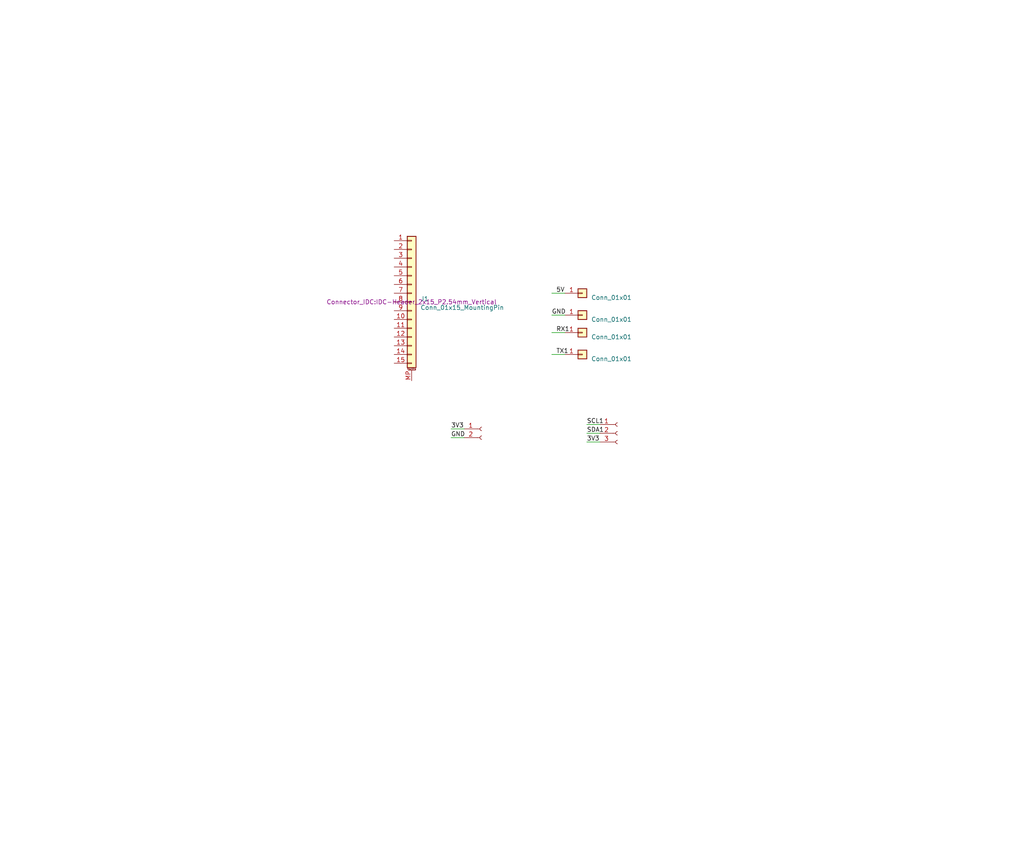
<source format=kicad_sch>
(kicad_sch (version 20250114) (generator "eeschema") (generator_version "9.0")
  (paper "User" 297.002 244.323)
  (lib_symbols
    (symbol "Connector:Conn_01x02_Female" (pin_names (offset 1.016) (hide yes))
      (property "Reference" "J" (at 0 2.54 0))
      (property "Value" "Conn_01x02_Female" (at 0 -5.08 0))
      (symbol "Conn_01x02_Female_1_1"
        (polyline (pts (xy -1.27 0) (xy -0.508 0)) (stroke (width 0.1524)))
        (polyline (pts (xy -1.27 -2.54) (xy -0.508 -2.54)) (stroke (width 0.1524)))
        (arc (start 0 -0.508) (mid -0.5058 0) (end 0 0.508) (stroke (width 0.1524)))
        (arc (start 0 -3.048) (mid -0.5058 -2.54) (end 0 -2.032) (stroke (width 0.1524)))
        (pin passive line (at -5.08 0 0) (length 3.81) (name "Pin_1") (number "1"))
        (pin passive line (at -5.08 -2.54 0) (length 3.81) (name "Pin_2") (number "2"))
      )
    )
    (symbol "Connector:Conn_01x03_Female" (pin_names (offset 1.016) (hide yes))
      (property "Reference" "J" (at 0 5.08 0))
      (property "Value" "Conn_01x03_Female" (at 0 -5.08 0))
      (symbol "Conn_01x03_Female_1_1"
        (polyline (pts (xy -1.27 2.54) (xy -0.508 2.54)) (stroke (width 0.1524)))
        (polyline (pts (xy -1.27 0) (xy -0.508 0)) (stroke (width 0.1524)))
        (polyline (pts (xy -1.27 -2.54) (xy -0.508 -2.54)) (stroke (width 0.1524)))
        (arc (start 0 2.032) (mid -0.5058 2.54) (end 0 3.048) (stroke (width 0.1524)))
        (arc (start 0 -0.508) (mid -0.5058 0) (end 0 0.508) (stroke (width 0.1524)))
        (arc (start 0 -3.048) (mid -0.5058 -2.54) (end 0 -2.032) (stroke (width 0.1524)))
        (pin passive line (at -5.08 2.54 0) (length 3.81) (name "Pin_1") (number "1"))
        (pin passive line (at -5.08 0 0) (length 3.81) (name "Pin_2") (number "2"))
        (pin passive line (at -5.08 -2.54 0) (length 3.81) (name "Pin_3") (number "3"))
      )
    )
    (symbol "Connector_Generic:Conn_01x01" (pin_names (offset 1.016) (hide yes))
      (property "Reference" "J" (at 0 2.54 0))
      (property "Value" "Conn_01x01" (at 0 -2.54 0))
      (symbol "Conn_01x01_1_1"
        (rectangle (start -1.27 1.27) (end 1.27 -1.27) (stroke (width 0.254)) (fill (type background)))
        (rectangle (start -1.27 0.127) (end 0 -0.127) (stroke (width 0.1524)))
        (pin passive line (at -5.08 0 0) (length 3.81) (name "Pin_1") (number "1"))
      )
    )
    (symbol "Connector_Generic_MountingPin:Conn_01x15_MountingPin" (pin_names (offset 1.016) (hide yes))
      (property "Reference" "J" (at 0 20.32 0))
      (property "Value" "Conn_01x15_MountingPin" (at 1.27 -20.32 0))
      (symbol "Conn_01x15_MountingPin_1_1"
        (rectangle (start -1.27 19.05) (end 1.27 -19.05) (stroke (width 0.254)) (fill (type background)))
        (rectangle (start -1.27 17.907) (end 0 17.653) (stroke (width 0.1524)))
        (rectangle (start -1.27 15.367) (end 0 15.113) (stroke (width 0.1524)))
        (rectangle (start -1.27 12.827) (end 0 12.573) (stroke (width 0.1524)))
        (rectangle (start -1.27 10.287) (end 0 10.033) (stroke (width 0.1524)))
        (rectangle (start -1.27 7.747) (end 0 7.493) (stroke (width 0.1524)))
        (rectangle (start -1.27 5.207) (end 0 4.953) (stroke (width 0.1524)))
        (rectangle (start -1.27 2.667) (end 0 2.413) (stroke (width 0.1524)))
        (rectangle (start -1.27 0.127) (end 0 -0.127) (stroke (width 0.1524)))
        (rectangle (start -1.27 -2.413) (end 0 -2.667) (stroke (width 0.1524)))
        (rectangle (start -1.27 -4.953) (end 0 -5.207) (stroke (width 0.1524)))
        (rectangle (start -1.27 -7.493) (end 0 -7.747) (stroke (width 0.1524)))
        (rectangle (start -1.27 -10.033) (end 0 -10.287) (stroke (width 0.1524)))
        (rectangle (start -1.27 -12.573) (end 0 -12.827) (stroke (width 0.1524)))
        (rectangle (start -1.27 -15.113) (end 0 -15.367) (stroke (width 0.1524)))
        (rectangle (start -1.27 -17.653) (end 0 -17.907) (stroke (width 0.1524)))
        (polyline (pts (xy -1.016 -19.812) (xy 1.016 -19.812)) (stroke (width 0.1524)))
        (text "Mounting" (at 0 -19.431 0) (effects (font (size 0.381 0.381))))
        (pin passive line (at -5.08 17.78 0) (length 3.81) (name "Pin_1") (number "1"))
        (pin passive line (at -5.08 15.24 0) (length 3.81) (name "Pin_2") (number "2"))
        (pin passive line (at -5.08 12.7 0) (length 3.81) (name "Pin_3") (number "3"))
        (pin passive line (at -5.08 10.16 0) (length 3.81) (name "Pin_4") (number "4"))
        (pin passive line (at -5.08 7.62 0) (length 3.81) (name "Pin_5") (number "5"))
        (pin passive line (at -5.08 5.08 0) (length 3.81) (name "Pin_6") (number "6"))
        (pin passive line (at -5.08 2.54 0) (length 3.81) (name "Pin_7") (number "7"))
        (pin passive line (at -5.08 0 0) (length 3.81) (name "Pin_8") (number "8"))
        (pin passive line (at -5.08 -2.54 0) (length 3.81) (name "Pin_9") (number "9"))
        (pin passive line (at -5.08 -5.08 0) (length 3.81) (name "Pin_10") (number "10"))
        (pin passive line (at -5.08 -7.62 0) (length 3.81) (name "Pin_11") (number "11"))
        (pin passive line (at -5.08 -10.16 0) (length 3.81) (name "Pin_12") (number "12"))
        (pin passive line (at -5.08 -12.7 0) (length 3.81) (name "Pin_13") (number "13"))
        (pin passive line (at -5.08 -15.24 0) (length 3.81) (name "Pin_14") (number "14"))
        (pin passive line (at -5.08 -17.78 0) (length 3.81) (name "Pin_15") (number "15"))
        (pin passive line (at 0 -22.86 90) (length 3.048) (name "MountPin") (number "MP"))
      )
    )
  )
  (wire (pts (xy 130.81 127) (xy 134.62 127)))
  (wire (pts (xy 160.02 91.44) (xy 163.83 91.44)))
  (wire (pts (xy 160.02 102.87) (xy 163.83 102.87)))
  (wire (pts (xy 160.02 96.52) (xy 163.83 96.52)))
  (wire (pts (xy 130.81 124.46) (xy 134.62 124.46)))
  (wire (pts (xy 170.18 123.19) (xy 173.99 123.19)))
  (wire (pts (xy 170.18 125.73) (xy 173.99 125.73)))
  (wire (pts (xy 160.02 85.09) (xy 163.83 85.09)))
  (wire (pts (xy 170.18 128.27) (xy 173.99 128.27)))
  (label "SCL1" (at 170.18 123.19 0))
  (label "5V" (at 161.29 85.09 0))
  (label "RX1" (at 161.29 96.52 0))
  (label "3V3" (at 130.81 124.46 0))
  (label "3V3" (at 170.18 128.27 0))
  (label "GND" (at 160.02 91.44 0))
  (label "SDA1" (at 170.18 125.73 0))
  (label "TX1" (at 161.29 102.87 0))
  (label "GND" (at 130.81 127 0))
  (symbol (lib_id "Connector_Generic:Conn_01x01") (at 168.91 91.44 0) (unit 1)
    (property "Reference" "GND_PAD18" (effects (hide yes)))
    (property "Value" "Conn_01x01" (at 171.45 92.7099 0) (effects (justify left)))
    (property "Footprint" "Connector_Wire:SolderWirePad_1x01_SMD_5x10mm" (effects (hide yes)))
    (property "Description" "Generic connector, single row, 01x01, script generated (kicad-library-utils/schlib/autogen/connector/)" (effects (hide yes)))
  )
  (symbol (lib_id "Connector_Generic:Conn_01x01") (at 168.91 102.87 0) (unit 1)
    (property "Reference" "GND_PAD21" (effects (hide yes)))
    (property "Value" "Conn_01x01" (at 171.45 104.1399 0) (effects (justify left)))
    (property "Footprint" "Connector_Wire:SolderWirePad_1x01_SMD_5x10mm" (effects (hide yes)))
    (property "Description" "Generic connector, single row, 01x01, script generated (kicad-library-utils/schlib/autogen/connector/)" (effects (hide yes)))
  )
  (symbol (lib_id "Connector_Generic:Conn_01x01") (at 168.91 96.52 0) (unit 1)
    (property "Reference" "GND_PAD20" (effects (hide yes)))
    (property "Value" "Conn_01x01" (at 171.45 97.7899 0) (effects (justify left)))
    (property "Footprint" "Connector_Wire:SolderWirePad_1x01_SMD_5x10mm" (effects (hide yes)))
    (property "Description" "Generic connector, single row, 01x01, script generated (kicad-library-utils/schlib/autogen/connector/)" (effects (hide yes)))
  )
  (symbol (lib_id "Connector:Conn_01x02_Female") (at 139.7 124.46 0) (unit 1)
    (property "Reference" "PMW3901_PWR2" (effects (hide yes)))
    (property "Value" "Conn_01x02_Female" (effects (hide yes)))
    (property "Footprint" "Connector_PinHeader_2.54mm:PinHeader_1x02_P2.54mm_Vertical" (effects (hide yes)))
    (property "Description" "Generic connector, single row, 01x02, script generated (kicad-library-utils/schlib/autogen/connector/)" (effects (hide yes)))
  )
  (symbol (lib_id "Connector:Conn_01x03_Female") (at 179.07 125.73 0) (unit 1)
    (property "Reference" "Motor5" (effects (hide yes)))
    (property "Value" "Conn_01x03_Female" (effects (hide yes)))
    (property "Footprint" "Connector_PinHeader_2.54mm:PinHeader_1x03_P2.54mm_Vertical" (effects (hide yes)))
    (property "Description" "Generic connector, single row, 01x03, script generated (kicad-library-utils/schlib/autogen/connector/)" (effects (hide yes)))
  )
  (symbol (lib_id "Connector_Generic:Conn_01x01") (at 168.91 85.09 0) (unit 1)
    (property "Reference" "GND_PAD19" (effects (hide yes)))
    (property "Value" "Conn_01x01" (at 171.45 86.3599 0) (effects (justify left)))
    (property "Footprint" "Connector_Wire:SolderWirePad_1x01_SMD_5x10mm" (effects (hide yes)))
    (property "Description" "Generic connector, single row, 01x01, script generated (kicad-library-utils/schlib/autogen/connector/)" (effects (hide yes)))
  )
  (symbol (lib_id "Connector_Generic_MountingPin:Conn_01x15_MountingPin") (at 119.38 87.63 0) (unit 1)
    (property "Reference" "J1" (at 121.92 86.7155 0) (effects (justify left)))
    (property "Value" "Conn_01x15_MountingPin" (at 121.92 89.2555 0) (effects (justify left)))
    (property "Footprint" "Connector_IDC:IDC-Header_2x15_P2.54mm_Vertical" (at 119.38 87.63 0))
    (property "Description" "Generic connectable mounting pin connector, single row, 01x15, script generated (kicad-library-utils/schlib/autogen/connector/)" (effects (hide yes)))
  )
)
</source>
